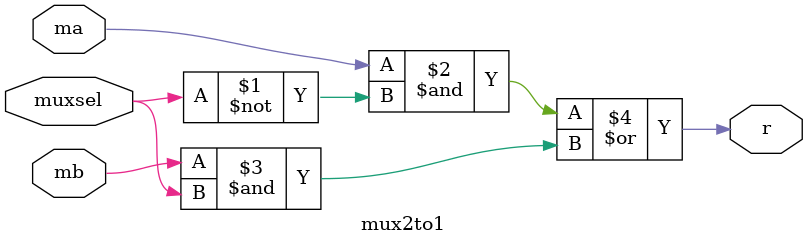
<source format=v>
module practice(SW, KEY, LEDR);
	input [9:0] SW;
	input [9:0] KEY;
	output [9:0] LEDR;

	arithmetic_logic_unit a0(
			.A(SW[7:4]),
			.B(SW[3:0]),
			.Function(KEY[2:0]),
			.ALUout0(LEDR[3:0]),
			.ALUout1(LEDR[4])
			);

endmodule

module arithmetic_logic_unit(A, B, Function, ALUout0, ALUout1);
	input [3:0]A;
	input [3:0]B;
	input [2:0]Function;
	output [3:0]ALUout0;
	output ALUout1;
	
	wire [3:0]Connection0_0, Connection1_0;
	wire Connection0_1, Connection1_1;

	adder_curcuit u0(
			.X(A[3:0]),
			.Y(4'b0001),
			.cin(1'b0),
			.S(Connection0_0),
			.cout(Connection0_1)
			);
	
	adder_curcuit u1(
			.X(A[3:0]),
			.Y(B[3:0]),
			.cin(1'b0),
			.S(ALUout0[3:0]),
			.cout(ALUout1)
			);


endmodule

module combine(a, b, c, d, e);
	input [3:0]a;
	input b;
	input [3:0]c;
	input d;
	output [7:0]e;

	assign e = {3'b000, a, b, c, d};

endmodule


module adder_curcuit(X, Y, cin, S, cout);
	input [3:0]X;
	input [3:0]Y;
	input cin;
	output [3:0]S;
	output cout;
		
	wire Carry_wire0, Carry_wire1, Carry_wire2;
	
	four_bit_adder_piece f0(
			.a(X[0]),
			.b(Y[0]),
			.cin(cin),
			.cout(Carry_wire0),
			.s(S[0])
			);
	
	four_bit_adder_piece f1(
			.a(X[1]),
			.b(Y[1]),
			.cin(Carry_wire0),
			.cout(Carry_wire1),
			.s(S[1])
			);
	
	four_bit_adder_piece f2(
			.a(X[2]),
			.b(Y[2]),
			.cin(Carry_wire1),
			.cout(Carry_wire2),
			.s(S[2])
			);
			
	four_bit_adder_piece f3(
			.a(X[3]),
			.b(Y[3]),
			.cin(Carry_wire2),
			.cout(cout),
			.s(S[3])
			);
			
endmodule

module four_bit_adder_piece(a, b, cin, cout, s);
	input a;
	input b;
	input cin;
	output cout;
	output s;
	
	mux2to1 i0(
			.ma(b),
			.mb(cin),
			.muxsel(a^b),
			.r(cout)
			);
	
	assign s = (a^b)^cin;
	
endmodule

module mux2to1(ma, mb, muxsel, r);
	input ma;
	input mb;
	input muxsel;
	output r;
	
	assign r = (ma&~muxsel) | (mb&muxsel);
	
endmodule

</source>
